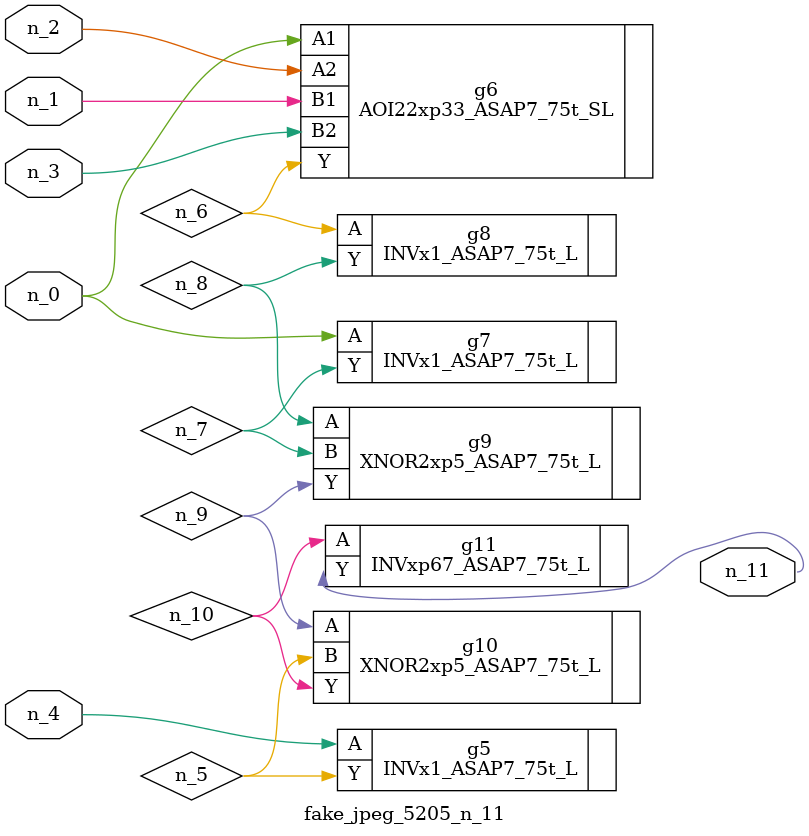
<source format=v>
module fake_jpeg_5205_n_11 (n_3, n_2, n_1, n_0, n_4, n_11);

input n_3;
input n_2;
input n_1;
input n_0;
input n_4;

output n_11;

wire n_10;
wire n_8;
wire n_9;
wire n_6;
wire n_5;
wire n_7;

INVx1_ASAP7_75t_L g5 ( 
.A(n_4),
.Y(n_5)
);

AOI22xp33_ASAP7_75t_SL g6 ( 
.A1(n_0),
.A2(n_2),
.B1(n_1),
.B2(n_3),
.Y(n_6)
);

INVx1_ASAP7_75t_L g7 ( 
.A(n_0),
.Y(n_7)
);

INVx1_ASAP7_75t_L g8 ( 
.A(n_6),
.Y(n_8)
);

XNOR2xp5_ASAP7_75t_L g9 ( 
.A(n_8),
.B(n_7),
.Y(n_9)
);

XNOR2xp5_ASAP7_75t_L g10 ( 
.A(n_9),
.B(n_5),
.Y(n_10)
);

INVxp67_ASAP7_75t_L g11 ( 
.A(n_10),
.Y(n_11)
);


endmodule
</source>
